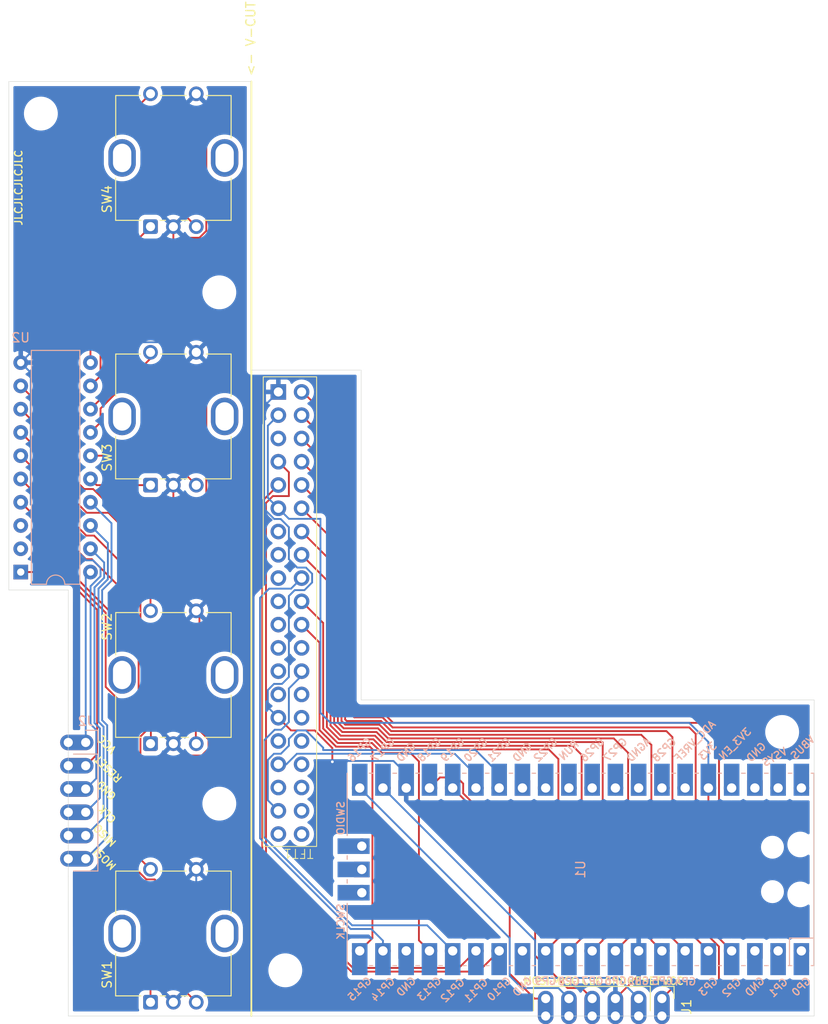
<source format=kicad_pcb>
(kicad_pcb (version 20240108) (generator "pcbnew") (generator_version "8.0")
  (title_block (title "FakeDeck - StreamDeck+") (company "syuchan1005"))
  (layers (0 "F.Cu" signal) (31 "B.Cu" signal) (34 "B.Paste" user) (35 "F.Paste" user) (36 "B.SilkS" user "B.Silkscreen") (37 "F.SilkS" user "F.Silkscreen") (38 "B.Mask" user) (39 "F.Mask" user) (44 "Edge.Cuts" user))
  (net 0 "")
  (net 1 "/AT_RESET")
  (net 2 "/AT_MISO")
  (net 3 "/AT_CLK")
  (net 4 "/AT_MOSI")
  (net 5 "/RE1_A")
  (net 6 "/RE1_B")
  (net 7 "/RE1_S")
  (net 8 "/RE2_A")
  (net 9 "/RE2_S")
  (net 10 "/RE2_B")
  (net 11 "/RE3_A")
  (net 12 "/RE3_S")
  (net 14 "/RE3_B")
  (net 16 "/RE4_S")
  (net 17 "/RE4_B")
  (net 23 "/RE4_A")
  (net 24 "TFT_DB1")
  (net 28 "TFT_DB7")
  (net 32 "TFT_DB6")
  (net 33 "TFT_T_CS")
  (net 35 "TFT_CS")
  (net 36 "TFT_DB5")
  (net 38 "TFT_DB3")
  (net 41 "TFT_DB0")
  (net 42 "TFT_WR")
  (net 43 "TFT_DB2")
  (net 45 "TFT_T_CLK")
  (net 46 "TFT_RD")
  (net 49 "TFT_LED")
  (net 50 "TFT_DB4")
  (net 55 "TFT_RESET")
  (net 57 "TFT_T_MOSI")
  (net 87 "TFT_DC")
  (net 88 "TFT_T_MISO")
  (footprint "Rotary_Encoder_C:3D_RotaryEncoder_Bourns_Vertical_PEC12R-3x17F-Sxxxx" (layer "F.Cu") (at 133.445 143.685 90)
    (property "Reference" "SW1")
    (property "Value" "RotaryEncoder_Switch" (hide yes))
  )
  (footprint "Rotary_Encoder_C:3D_RotaryEncoder_Bourns_Vertical_PEC12R-3x17F-Sxxxx" (layer "F.Cu") (at 133.445 59.035 90)
    (property "Reference" "SW4")
    (property "Value" "RotaryEncoder_Switch" (hide yes))
  )
  (footprint "MountingHole:MountingHole_3.2mm_M3" (layer "F.Cu") (at 202.465 114.195)
    (property "Reference" "REF**" (hide yes))
    (property "Value" "MountingHole_3.2mm_M3" (hide yes))
  )
  (footprint "MountingHole:MountingHole_3.2mm_M3" (layer "F.Cu") (at 148.175 140.205)
    (property "Reference" "REF**" (hide yes))
    (property "Value" "MountingHole_3.2mm_M3" (hide yes))
  )
  (footprint "MountingHole:MountingHole_3.2mm_M3" (layer "F.Cu") (at 121.465 46.695 90)
    (property "Reference" "REF**" (hide yes))
    (property "Value" "MountingHole_3.2mm_M3" (hide yes))
  )
  (footprint "Connector_Pin_2.54mm_Castellated:PinHeader_Castellated_1x06_P2.54mm_Vertical" (layer "F.Cu") (at 189.325 143.29 -90)
    (property "Reference" "J1")
    (property "Value" "Conn_01x06_Pin" (hide yes))
    (fp_line (start 1.905 0) (end 1.905 14.605) (stroke (width 0.05)) (layer "Edge.Cuts"))
    (fp_line (start 1.905 0) (end 1.905 -1.905) (stroke (width 0.05)) (layer "Edge.Cuts"))
  )
  (footprint "Rotary_Encoder_C:3D_RotaryEncoder_Bourns_Vertical_PEC12R-3x17F-Sxxxx" (layer "F.Cu") (at 133.445 87.251668 90)
    (property "Reference" "SW3")
    (property "Value" "RotaryEncoder_Switch" (hide yes))
  )
  (footprint "MountingHole:MountingHole_3.2mm_M3" (layer "F.Cu") (at 140.965 66.205002)
    (property "Reference" "REF**" (hide yes))
    (property "Value" "MountingHole_3.2mm_M3" (hide yes))
  )
  (footprint "MountingHole:MountingHole_3.2mm_M3" (layer "F.Cu") (at 140.965 122.015 90)
    (property "Reference" "REF**" (hide yes))
    (property "Value" "MountingHole_3.2mm_M3" (hide yes))
  )
  (footprint "Rotary_Encoder_C:3D_RotaryEncoder_Bourns_Vertical_PEC12R-3x17F-Sxxxx" (layer "F.Cu") (at 133.445 115.468334 90)
    (property "Reference" "SW2")
    (property "Value" "RotaryEncoder_Switch" (hide yes))
  )
  (footprint "TFT:JC8048M050R_PinHeader" (layer "F.Cu") (at 147.415 77.075 180)
    (property "Reference" "TFT1")
    (property "Value" "JC8048M050R" (hide yes))
  )
  (footprint "Connector_Pin_2.54mm_Castellated:PinHeader_Castellated_1x06_P2.54mm_Vertical" (layer "B.Cu") (at 126.365 115.335 180)
    (property "Reference" "J2")
    (property "Value" "Conn_01x06_Pin")
    (fp_line (start 1.905 1.905) (end 1.905 0) (stroke (width 0.05)) (layer "Edge.Cuts"))
    (fp_line (start 1.905 -14.605) (end 1.905 0) (stroke (width 0.05)) (layer "Edge.Cuts"))
  )
  (footprint "Package_DIP:DIP-20_W7.62mm" (layer "B.Cu") (at 119.265 96.735)
    (property "Reference" "U2")
    (property "Value" "ATtiny2313-20P" (hide yes))
  )
  (footprint "MCU_RaspberryPi_and_Boards:RPi_Pico_SMD_TH" (layer "B.Cu") (at 180.435 129.195 90)
    (property "Reference" "U1")
    (property "Value" "Pico")
  )
  (gr_line (start 144.465 43.195) (end 144.465 145.195) (stroke (width 0.2)) (layer "F.SilkS"))
  (gr_line (start 144.465 145.195) (end 174.72 145.195) (stroke (width 0.05)) (layer "Edge.Cuts"))
  (gr_line (start 117.965 98.695) (end 117.965 43.195) (stroke (width 0.05)) (layer "Edge.Cuts"))
  (gr_line (start 124.46 129.94) (end 124.465 145.195) (stroke (width 0.05)) (layer "Edge.Cuts"))
  (gr_line (start 124.46 113.43) (end 124.465 98.695) (stroke (width 0.05)) (layer "Edge.Cuts"))
  (gr_line (start 144.465 74.695) (end 144.465 43.195) (stroke (width 0.05)) (layer "Edge.Cuts"))
  (gr_line (start 144.465 145.195) (end 124.465 145.195) (stroke (width 0.05)) (layer "Edge.Cuts"))
  (gr_line (start 205.965 110.695) (end 156.465 110.695) (stroke (width 0.05)) (layer "Edge.Cuts"))
  (gr_line (start 156.465 110.695) (end 156.465 74.695) (stroke (width 0.05)) (layer "Edge.Cuts"))
  (gr_line (start 144.465 43.195) (end 117.965 43.195) (stroke (width 0.05)) (layer "Edge.Cuts"))
  (gr_line (start 124.465 98.695) (end 123.965 98.695) (stroke (width 0.05)) (layer "Edge.Cuts"))
  (gr_line (start 156.465 74.695) (end 144.465 74.695) (stroke (width 0.05)) (layer "Edge.Cuts"))
  (gr_line (start 117.965 98.695) (end 123.965 98.695) (stroke (width 0.05)) (layer "Edge.Cuts"))
  (gr_line (start 191.23 145.195) (end 205.965 145.195) (stroke (width 0.05)) (layer "Edge.Cuts"))
  (gr_line (start 205.965 145.195) (end 205.965 110.695) (stroke (width 0.05)) (layer "Edge.Cuts"))
  (gr_text "MISO" (at 177.26 141.845 0) (layer "F.SilkS") (effects (font (size 0.8 0.8) (thickness 0.15) (bold yes)) (justify left bottom)))
  (gr_text "JLCJLCJLCJLC" (at 119.5 59 90) (layer "F.SilkS") (effects (font (size 0.8 0.8) (thickness 0.15) (bold yes)) (justify left bottom)))
  (gr_text "MOSI" (at 174.085 141.845 0) (layer "F.SilkS") (effects (font (size 0.8 0.8) (thickness 0.15) (bold yes)) (justify left bottom)))
  (gr_text "VCC" (at 189.325 141.845 0) (layer "F.SilkS") (effects (font (size 0.8 0.8) (thickness 0.15) (bold yes)) (justify left bottom)))
  (gr_text "CLK" (at 180.435 141.845 0) (layer "F.SilkS") (effects (font (size 0.8 0.8) (thickness 0.15) (bold yes)) (justify left bottom)))
  (gr_text "RESET" (at 185.515 141.845 0) (layer "F.SilkS") (effects (font (size 0.8 0.8) (thickness 0.15) (bold yes)) (justify left bottom)))
  (gr_text "RESET" (at 130.53 119.235 135) (layer "F.SilkS") (effects (font (size 0.8 0.8) (thickness 0.15) (bold yes)) (justify left bottom)))
  (gr_text "MISO" (at 129.895 126.22 135) (layer "F.SilkS") (effects (font (size 0.8 0.8) (thickness 0.15) (bold yes)) (justify left bottom)))
  (gr_text "GND" (at 182.975 141.845 0) (layer "F.SilkS") (effects (font (size 0.8 0.8) (thickness 0.15) (bold yes)) (justify left bottom)))
  (gr_text "GND" (at 129.895 121.14 135) (layer "F.SilkS") (effects (font (size 0.8 0.8) (thickness 0.15) (bold yes)) (justify left bottom)))
  (gr_text "VCC" (at 129.895 116.06 135) (layer "F.SilkS") (effects (font (size 0.8 0.8) (thickness 0.15) (bold yes)) (justify left bottom)))
  (gr_text "<- V-CUT" (at 144.98 42.69 90) (layer "F.SilkS") (effects (font (size 1 1)) (justify left bottom)))
  (gr_text "MOSI" (at 129.895 128.76 135) (layer "F.SilkS") (effects (font (size 0.8 0.8) (thickness 0.15) (bold yes)) (justify left bottom)))
  (gr_text "CLK" (at 129.895 123.68 135) (layer "F.SilkS") (effects (font (size 0.8 0.8) (thickness 0.15) (bold yes)) (justify left bottom)))
  (segment (start 119.265 96.735) (end 123.505 96.735) (width 0.2) (layer "F.Cu") (net 1))
  (segment (start 123.505 96.735) (end 127.615 100.845) (width 0.2) (layer "F.Cu") (net 1))
  (segment (start 127.615 100.845) (end 127.615 116.625) (width 0.2) (layer "F.Cu") (net 1))
  (segment (start 127.615 116.625) (end 126.365 117.875) (width 0.2) (layer "F.Cu") (net 1))
  (segment (start 175.475 136.935) (end 175.475 141.035) (width 0.2) (layer "B.Cu") (net 1))
  (segment (start 158.845 120.305) (end 175.475 136.935) (width 0.2) (layer "B.Cu") (net 1))
  (segment (start 175.475 141.035) (end 184.53 141.035) (width 0.2) (layer "B.Cu") (net 1))
  (segment (start 184.53 141.035) (end 186.785 143.29) (width 0.2) (layer "B.Cu") (net 1))
  (segment (start 128.785 97.522007) (end 128.785 93.555) (width 0.2) (layer "B.Cu") (net 2))
  (segment (start 128.315 123.545) (end 128.315 113.627282) (width 0.2) (layer "B.Cu") (net 2))
  (segment (start 127.765 98.542007) (end 128.785 97.522007) (width 0.2) (layer "B.Cu") (net 2))
  (segment (start 174.01 142.14) (end 178.015 142.14) (width 0.2) (layer "B.Cu") (net 2))
  (segment (start 127.765 113.077282) (end 127.765 98.542007) (width 0.2) (layer "B.Cu") (net 2))
  (segment (start 172.695 140.825) (end 174.01 142.14) (width 0.2) (layer "B.Cu") (net 2))
  (segment (start 128.315 113.627282) (end 127.765 113.077282) (width 0.2) (layer "B.Cu") (net 2))
  (segment (start 126.365 125.495) (end 128.315 123.545) (width 0.2) (layer "B.Cu") (net 2))
  (segment (start 178.015 142.14) (end 179.165 143.29) (width 0.2) (layer "B.Cu") (net 2))
  (segment (start 156.305 120.305) (end 172.695 136.695) (width 0.2) (layer "B.Cu") (net 2))
  (segment (start 128.785 93.555) (end 126.885 91.655) (width 0.2) (layer "B.Cu") (net 2))
  (segment (start 172.695 136.695) (end 172.695 140.825) (width 0.2) (layer "B.Cu") (net 2))
  (segment (start 166.941346 119.155) (end 167.615 119.828654) (width 0.2) (layer "F.Cu") (net 3))
  (segment (start 165.075 119.155) (end 166.941346 119.155) (width 0.2) (layer "F.Cu") (net 3))
  (segment (start 167.615 120.889314) (end 175.475 128.749314) (width 0.2) (layer "F.Cu") (net 3))
  (segment (start 163.925 120.305) (end 165.075 119.155) (width 0.2) (layer "F.Cu") (net 3))
  (segment (start 179.01 142.14) (end 180.555 142.14) (width 0.2) (layer "F.Cu") (net 3))
  (segment (start 175.475 128.749314) (end 175.475 138.605) (width 0.2) (layer "F.Cu") (net 3))
  (segment (start 180.555 142.14) (end 181.705 143.29) (width 0.2) (layer "F.Cu") (net 3))
  (segment (start 175.475 138.605) (end 179.01 142.14) (width 0.2) (layer "F.Cu") (net 3))
  (segment (start 167.615 119.828654) (end 167.615 120.889314) (width 0.2) (layer "F.Cu") (net 3))
  (segment (start 128.385 95.695) (end 126.885 94.195) (width 0.2) (layer "B.Cu") (net 3))
  (segment (start 128.385 97.356321) (end 128.385 95.695) (width 0.2) (layer "B.Cu") (net 3))
  (segment (start 127.915 113.792968) (end 127.325 113.202968) (width 0.2) (layer "B.Cu") (net 3))
  (segment (start 127.325 113.202968) (end 127.325 98.416321) (width 0.2) (layer "B.Cu") (net 3))
  (segment (start 127.915 121.405) (end 127.915 113.792968) (width 0.2) (layer "B.Cu") (net 3))
  (segment (start 127.325 98.416321) (end 128.385 97.356321) (width 0.2) (layer "B.Cu") (net 3))
  (segment (start 126.365 122.955) (end 127.915 121.405) (width 0.2) (layer "B.Cu") (net 3))
  (segment (start 172.695 126.535) (end 172.695 140.575) (width 0.2) (layer "F.Cu") (net 4))
  (segment (start 166.465 120.305) (end 172.695 126.535) (width 0.2) (layer "F.Cu") (net 4))
  (segment (start 172.695 140.575) (end 175.41 143.29) (width 0.2) (layer "F.Cu") (net 4))
  (segment (start 175.41 143.29) (end 176.625 143.29) (width 0.2) (layer "F.Cu") (net 4))
  (segment (start 128.715 125.685) (end 128.715 113.461596) (width 0.2) (layer "B.Cu") (net 4))
  (segment (start 128.715 113.461596) (end 128.165 112.911596) (width 0.2) (layer "B.Cu") (net 4))
  (segment (start 128.165 98.707693) (end 129.185 97.687693) (width 0.2) (layer "B.Cu") (net 4))
  (segment (start 126.365 128.035) (end 128.715 125.685) (width 0.2) (layer "B.Cu") (net 4))
  (segment (start 129.185 91.415) (end 126.885 89.115) (width 0.2) (layer "B.Cu") (net 4))
  (segment (start 128.165 112.911596) (end 128.165 98.707693) (width 0.2) (layer "B.Cu") (net 4))
  (segment (start 129.185 97.687693) (end 129.185 91.415) (width 0.2) (layer "B.Cu") (net 4))
  (segment (start 133.445 143.685) (end 133.445 131.306321) (width 0.2) (layer "F.Cu") (net 5))
  (segment (start 133.445 131.306321) (end 131.415 129.276321) (width 0.2) (layer "F.Cu") (net 5))
  (segment (start 122.595 95.225) (end 122.595 92.445) (width 0.2) (layer "F.Cu") (net 5))
  (segment (start 131.415 112.133918) (end 128.545 109.263918) (width 0.2) (layer "F.Cu") (net 5))
  (segment (start 128.545 101.175) (end 122.595 95.225) (width 0.2) (layer "F.Cu") (net 5))
  (segment (start 122.595 92.445) (end 119.265 89.115) (width 0.2) (layer "F.Cu") (net 5))
  (segment (start 128.545 109.263918) (end 128.545 101.175) (width 0.2) (layer "F.Cu") (net 5))
  (segment (start 131.415 129.276321) (end 131.415 112.133918) (width 0.2) (layer "F.Cu") (net 5))
  (segment (start 133.900635 130.285) (end 134.225 130.609365) (width 0.2) (layer "F.Cu") (net 6))
  (segment (start 131.945 129.240635) (end 132.989365 130.285) (width 0.2) (layer "F.Cu") (net 6))
  (segment (start 131.945 111.703918) (end 131.945 129.240635) (width 0.2) (layer "F.Cu") (net 6))
  (segment (start 123.165 95.195) (end 131.075 103.105) (width 0.2) (layer "F.Cu") (net 6))
  (segment (start 119.265 86.575) (end 123.165 90.475) (width 0.2) (layer "F.Cu") (net 6))
  (segment (start 131.075 103.105) (end 131.075 103.162058) (width 0.2) (layer "F.Cu") (net 6))
  (segment (start 134.225 130.609365) (end 134.225 139.465) (width 0.2) (layer "F.Cu") (net 6))
  (segment (start 123.165 90.475) (end 123.165 95.195) (width 0.2) (layer "F.Cu") (net 6))
  (segment (start 132.145 104.232058) (end 132.145 111.503918) (width 0.2) (layer "F.Cu") (net 6))
  (segment (start 134.225 139.465) (end 138.445 143.685) (width 0.2) (layer "F.Cu") (net 6))
  (segment (start 132.989365 130.285) (end 133.900635 130.285) (width 0.2) (layer "F.Cu") (net 6))
  (segment (start 131.075 103.162058) (end 132.145 104.232058) (width 0.2) (layer "F.Cu") (net 6))
  (segment (start 132.145 111.503918) (end 131.945 111.703918) (width 0.2) (layer "F.Cu") (net 6))
  (segment (start 123.565 92.505) (end 123.565 88.335) (width 0.2) (layer "F.Cu") (net 7))
  (segment (start 127.040635 95.335) (end 126.395 95.335) (width 0.2) (layer "F.Cu") (net 7))
  (segment (start 126.395 95.335) (end 123.565 92.505) (width 0.2) (layer "F.Cu") (net 7))
  (segment (start 131.475 99.769365) (end 127.040635 95.335) (width 0.2) (layer "F.Cu") (net 7))
  (segment (start 123.565 88.335) (end 119.265 84.035) (width 0.2) (layer "F.Cu") (net 7))
  (segment (start 132.925 104.446372) (end 131.475 102.996372) (width 0.2) (layer "F.Cu") (net 7))
  (segment (start 132.925 114.10359) (end 132.925 104.446372) (width 0.2) (layer "F.Cu") (net 7))
  (segment (start 133.445 129.185) (end 132.345 128.085) (width 0.2) (layer "F.Cu") (net 7))
  (segment (start 132.345 128.085) (end 132.345 114.68359) (width 0.2) (layer "F.Cu") (net 7))
  (segment (start 132.345 114.68359) (end 132.925 114.10359) (width 0.2) (layer "F.Cu") (net 7))
  (segment (start 131.475 102.996372) (end 131.475 99.769365) (width 0.2) (layer "F.Cu") (net 7))
  (segment (start 126.429365 92.755) (end 124.075 90.400635) (width 0.2) (layer "F.Cu") (net 8))
  (segment (start 133.485 104.440686) (end 131.875 102.830686) (width 0.2) (layer "F.Cu") (net 8))
  (segment (start 133.445 115.468334) (end 133.485 115.428334) (width 0.2) (layer "F.Cu") (net 8))
  (segment (start 124.075 90.400635) (end 124.075 86.305) (width 0.2) (layer "F.Cu") (net 8))
  (segment (start 133.485 115.428334) (end 133.485 104.440686) (width 0.2) (layer "F.Cu") (net 8))
  (segment (start 131.875 102.830686) (end 131.875 97.355) (width 0.2) (layer "F.Cu") (net 8))
  (segment (start 124.075 86.305) (end 119.265 81.495) (width 0.2) (layer "F.Cu") (net 8))
  (segment (start 131.875 97.355) (end 127.275 92.755) (width 0.2) (layer "F.Cu") (net 8))
  (segment (start 127.275 92.755) (end 126.429365 92.755) (width 0.2) (layer "F.Cu") (net 8))
  (segment (start 126.195 87.675) (end 125.255 86.735) (width 0.2) (layer "F.Cu") (net 9))
  (segment (start 133.445 100.968334) (end 133.445 93.945) (width 0.2) (layer "F.Cu") (net 9))
  (segment (start 125.255 82.405) (end 119.265 76.415) (width 0.2) (layer "F.Cu") (net 9))
  (segment (start 125.255 86.735) (end 125.255 82.405) (width 0.2) (layer "F.Cu") (net 9))
  (segment (start 127.175 87.675) (end 126.195 87.675) (width 0.2) (layer "F.Cu") (net 9))
  (segment (start 133.445 93.945) (end 127.175 87.675) (width 0.2) (layer "F.Cu") (net 9))
  (segment (start 128.855 90.265) (end 132.345 93.755) (width 0.2) (layer "F.Cu") (net 10))
  (segment (start 138.395 108.785) (end 138.395 115.418334) (width 0.2) (layer "F.Cu") (net 10))
  (segment (start 119.265 78.955) (end 124.615 84.305) (width 0.2) (layer "F.Cu") (net 10))
  (segment (start 138.395 115.418334) (end 138.445 115.468334) (width 0.2) (layer "F.Cu") (net 10))
  (segment (start 132.345 93.755) (end 132.345 102.735) (width 0.2) (layer "F.Cu") (net 10))
  (segment (start 126.479365 90.265) (end 128.855 90.265) (width 0.2) (layer "F.Cu") (net 10))
  (segment (start 124.615 84.305) (end 124.615 88.400635) (width 0.2) (layer "F.Cu") (net 10))
  (segment (start 124.615 88.400635) (end 126.479365 90.265) (width 0.2) (layer "F.Cu") (net 10))
  (segment (start 132.345 102.735) (end 138.395 108.785) (width 0.2) (layer "F.Cu") (net 10))
  (segment (start 127.561668 87.251668) (end 126.885 86.575) (width 0.2) (layer "F.Cu") (net 11))
  (segment (start 133.445 87.251668) (end 127.561668 87.251668) (width 0.2) (layer "F.Cu") (net 11))
  (segment (start 127.985 80.395) (end 126.885 81.495) (width 0.2) (layer "F.Cu") (net 12))
  (segment (start 133.445 72.751668) (end 133.445 73.425) (width 0.2) (layer "F.Cu") (net 12))
  (segment (start 127.985 78.885) (end 127.985 80.395) (width 0.2) (layer "F.Cu") (net 12))
  (segment (start 133.445 73.425) (end 127.985 78.885) (width 0.2) (layer "F.Cu") (net 12))
  (segment (start 135.228332 84.035) (end 126.885 84.035) (width 0.2) (layer "F.Cu") (net 14))
  (segment (start 138.445 87.251668) (end 135.228332 84.035) (width 0.2) (layer "F.Cu") (net 14))
  (segment (start 133.445 44.535) (end 126.885 51.095) (width 0.2) (layer "F.Cu") (net 16))
  (segment (start 126.885 51.095) (end 126.885 73.875) (width 0.2) (layer "F.Cu") (net 16))
  (segment (start 136.755 57.345) (end 132.335 57.345) (width 0.2) (layer "F.Cu") (net 17))
  (segment (start 132.335 57.345) (end 127.985 61.695) (width 0.2) (layer "F.Cu") (net 17))
  (segment (start 127.985 75.315) (end 126.885 76.415) (width 0.2) (layer "F.Cu") (net 17))
  (segment (start 127.985 61.695) (end 127.985 75.315) (width 0.2) (layer "F.Cu") (net 17))
  (segment (start 138.445 59.035) (end 136.755 57.345) (width 0.2) (layer "F.Cu") (net 17))
  (segment (start 128.725 77.115) (end 126.885 78.955) (width 0.2) (layer "F.Cu") (net 23))
  (segment (start 128.725 63.755) (end 128.725 77.115) (width 0.2) (layer "F.Cu") (net 23))
  (segment (start 133.445 59.035) (end 128.725 63.755) (width 0.2) (layer "F.Cu") (net 23))
  (segment (start 193.015 136.695) (end 194.405 138.085) (width 0.2) (layer "F.Cu") (net 24))
  (segment (start 158.800786 112.595) (end 159.0351 112.829315) (width 0.2) (layer "F.Cu") (net 24))
  (segment (start 193.015 114.395) (end 193.015 136.695) (width 0.2) (layer "F.Cu") (net 24))
  (segment (start 155.115 111.995) (end 155.715 112.595) (width 0.2) (layer "F.Cu") (net 24))
  (segment (start 192.315 113.695) (end 193.015 114.395) (width 0.2) (layer "F.Cu") (net 24))
  (segment (start 149.955 79.615) (end 155.115 84.775) (width 0.2) (layer "F.Cu") (net 24))
  (segment (start 155.115 84.775) (end 155.115 111.995) (width 0.2) (layer "F.Cu") (net 24))
  (segment (start 155.715 112.595) (end 158.800786 112.595) (width 0.2) (layer "F.Cu") (net 24))
  (segment (start 159.900786 113.695) (end 192.315 113.695) (width 0.2) (layer "F.Cu") (net 24))
  (segment (start 159.0351 112.829315) (end 159.900786 113.695) (width 0.2) (layer "F.Cu") (net 24))
  (segment (start 149.955 94.855) (end 152.715 97.615) (width 0.2) (layer "F.Cu") (net 28))
  (segment (start 152.715 113.647942) (end 154.062058 114.995) (width 0.2) (layer "F.Cu") (net 28))
  (segment (start 176.965 116.095) (end 178.015 117.145) (width 0.2) (layer "F.Cu") (net 28))
  (segment (start 178.015 117.145) (end 178.015 136.695) (width 0.2) (layer "F.Cu") (net 28))
  (segment (start 176.625 137.505) (end 176.625 138.085) (width 0.2) (layer "F.Cu") (net 28))
  (segment (start 158.90667 116.095) (end 176.965 116.095) (width 0.2) (layer "F.Cu") (net 28))
  (segment (start 178.015 136.695) (end 176.625 138.085) (width 0.2) (layer "F.Cu") (net 28))
  (segment (start 154.062058 114.995) (end 157.80667 114.995) (width 0.2) (layer "F.Cu") (net 28))
  (segment (start 157.80667 114.995) (end 158.040984 115.229315) (width 0.2) (layer "F.Cu") (net 28))
  (segment (start 152.715 97.615) (end 152.715 113.647942) (width 0.2) (layer "F.Cu") (net 28))
  (segment (start 158.040984 115.229315) (end 158.90667 116.095) (width 0.2) (layer "F.Cu") (net 28))
  (segment (start 180.555 116.685) (end 180.555 136.695) (width 0.2) (layer "F.Cu") (net 32))
  (segment (start 179.565 115.695) (end 180.555 116.685) (width 0.2) (layer "F.Cu") (net 32))
  (segment (start 153.115 95.475) (end 153.115 113.482256) (width 0.2) (layer "F.Cu") (net 32))
  (segment (start 159.072356 115.695) (end 179.565 115.695) (width 0.2) (layer "F.Cu") (net 32))
  (segment (start 149.955 92.315) (end 153.115 95.475) (width 0.2) (layer "F.Cu") (net 32))
  (segment (start 153.115 113.482256) (end 154.227744 114.595) (width 0.2) (layer "F.Cu") (net 32))
  (segment (start 154.227744 114.595) (end 157.972356 114.595) (width 0.2) (layer "F.Cu") (net 32))
  (segment (start 157.972356 114.595) (end 159.072356 115.695) (width 0.2) (layer "F.Cu") (net 32))
  (segment (start 180.555 136.695) (end 179.165 138.085) (width 0.2) (layer "F.Cu") (net 32))
  (segment (start 158.740984 116.495) (end 161.865 116.495) (width 0.2) (layer "F.Cu") (net 33))
  (segment (start 157.640984 115.395) (end 158.740984 116.495) (width 0.2) (layer "F.Cu") (net 33))
  (segment (start 162.775 136.935) (end 163.925 138.085) (width 0.2) (layer "F.Cu") (net 33))
  (segment (start 152.315 102.295) (end 152.315 113.813628) (width 0.2) (layer "F.Cu") (net 33))
  (segment (start 153.896372 115.395) (end 157.640984 115.395) (width 0.2) (layer "F.Cu") (net 33))
  (segment (start 152.315 113.813628) (end 153.896372 115.395) (width 0.2) (layer "F.Cu") (net 33))
  (segment (start 162.775 117.405) (end 162.775 136.935) (width 0.2) (layer "F.Cu") (net 33))
  (segment (start 149.955 99.935) (end 152.315 102.295) (width 0.2) (layer "F.Cu") (net 33))
  (segment (start 161.865 116.495) (end 162.775 117.405) (width 0.2) (layer "F.Cu") (net 33))
  (segment (start 138.785635 60.25) (end 137.16 60.25) (width 0.2) (layer "F.Cu") (net 35))
  (segment (start 139.545 99.868334) (end 139.545 73.851668) (width 0.2) (layer "F.Cu") (net 35))
  (segment (start 153.315 115.945) (end 153.315 117.445) (width 0.2) (layer "F.Cu") (net 35))
  (segment (start 138.445 100.968334) (end 138.795 101.318334) (width 0.2) (layer "F.Cu") (net 35))
  (segment (start 139.785 116.015) (end 139.035 116.765) (width 0.2) (layer "F.Cu") (net 35))
  (segment (start 138.445 44.535) (end 139.545 45.635) (width 0.2) (layer "F.Cu") (net 35))
  (segment (start 135.945 70.251668) (end 138.445 72.751668) (width 0.2) (layer "F.Cu") (net 35))
  (segment (start 135.945 87.251668) (end 135.945 98.468334) (width 0.2) (layer "F.Cu") (net 35))
  (segment (start 147.415 112.635) (end 148.805 114.025) (width 0.2) (layer "F.Cu") (net 35))
  (segment (start 138.795 114.025) (end 139.785 115.015) (width 0.2) (layer "F.Cu") (net 35))
  (segment (start 139.545 73.851668) (end 138.445 72.751668) (width 0.2) (layer "F.Cu") (net 35))
  (segment (start 139.545 45.635) (end 139.545 59.490635) (width 0.2) (layer "F.Cu") (net 35))
  (segment (start 135.945 59.035) (end 135.945 70.251668) (width 0.2) (layer "F.Cu") (net 35))
  (segment (start 138.795 101.318334) (end 138.795 114.025) (width 0.2) (layer "F.Cu") (net 35))
  (segment (start 139.785 115.015) (end 139.785 116.015) (width 0.2) (layer "F.Cu") (net 35))
  (segment (start 186.785 138.085) (end 186.785 140.75) (width 0.2) (layer "F.Cu") (net 35))
  (segment (start 139.035 116.765) (end 137.241666 116.765) (width 0.2) (layer "F.Cu") (net 35))
  (segment (start 138.445 100.968334) (end 139.545 99.868334) (width 0.2) (layer "F.Cu") (net 35))
  (segment (start 135.945 115.468334) (end 134.535 116.878334) (width 0.2) (layer "F.Cu") (net 35))
  (segment (start 148.805 114.025) (end 151.395 114.025) (width 0.2) (layer "F.Cu") (net 35))
  (segment (start 151.395 114.025) (end 153.315 115.945) (width 0.2) (layer "F.Cu") (net 35))
  (segment (start 135.945 98.468334) (end 138.445 100.968334) (width 0.2) (layer "F.Cu") (net 35))
  (segment (start 137.16 60.25) (end 135.945 59.035) (width 0.2) (layer "F.Cu") (net 35))
  (segment (start 134.535 125.275) (end 138.445 129.185) (width 0.2) (layer "F.Cu") (net 35))
  (segment (start 186.785 140.75) (end 184.245 143.29) (width 0.2) (layer "F.Cu") (net 35))
  (segment (start 134.535 116.878334) (end 134.535 125.275) (width 0.2) (layer "F.Cu") (net 35))
  (segment (start 137.241666 116.765) (end 135.945 115.468334) (width 0.2) (layer "F.Cu") (net 35))
  (segment (start 139.545 59.490635) (end 138.785635 60.25) (width 0.2) (layer "F.Cu") (net 35))
  (via (at 153.315 117.445) (size 0.6) (drill 0.3) (layers "F.Cu" "B.Cu") (net 35))
  (segment (start 127.160635 95.455) (end 126.455 95.455) (width 0.2) (layer "B.Cu") (net 35))
  (segment (start 148.565 95.331346) (end 149.478654 96.245) (width 0.2) (layer "B.Cu") (net 35))
  (segment (start 127.515 119.265) (end 127.515 113.958654) (width 0.2) (layer "B.Cu") (net 35))
  (segment (start 121.488332 71.651668) (end 119.265 73.875) (width 0.2) (layer "B.Cu") (net 35))
  (segment (start 127.985 97.190635) (end 127.985 96.279365) (width 0.2) (layer "B.Cu") (net 35))
  (segment (start 126.895 98.280635) (end 127.985 97.190635) (width 0.2) (layer "B.Cu") (net 35))
  (segment (start 126.895 113.338654) (end 126.895 98.280635) (width 0.2) (layer "B.Cu") (net 35))
  (segment (start 150.431346 96.245) (end 151.105 96.918654) (width 0.2) (layer "B.Cu") (net 35))
  (segment (start 137.345 71.651668) (end 121.488332 71.651668) (width 0.2) (layer "B.Cu") (net 35))
  (segment (start 148.565 99.350685) (end 148.565 108.195) (width 0.2) (layer "B.Cu") (net 35))
  (segment (start 146.958654 90.945) (end 147.671346 90.945) (width 0.2) (layer "B.Cu") (net 35))
  (segment (start 150.265661 98.710685) (end 149.205 98.710685) (width 0.2) (layer "B.Cu") (net 35))
  (segment (start 138.445 129.185) (end 138.445 141.185) (width 0.2) (layer "B.Cu") (net 35))
  (segment (start 138.445 141.185) (end 135.945 143.685) (width 0.2) (layer "B.Cu") (net 35))
  (segment (start 149.478654 96.245) (end 150.431346 96.245) (width 0.2) (layer "B.Cu") (net 35))
  (segment (start 151.105 96.918654) (end 151.105 97.871346) (width 0.2) (layer "B.Cu") (net 35))
  (segment (start 146.265 109.618654) (end 146.265 111.485) (width 0.2) (layer "B.Cu") (net 35))
  (segment (start 120.365 89.365) (end 120.365 74.975) (width 0.2) (layer "B.Cu") (net 35))
  (segment (start 148.565 91.838654) (end 148.565 95.331346) (width 0.2) (layer "B.Cu") (net 35))
  (segment (start 127.515 113.958654) (end 126.895 113.338654) (width 0.2) (layer "B.Cu") (net 35))
  (segment (start 147.415 77.075) (end 145.865 78.625) (width 0.2) (layer "B.Cu") (net 35))
  (segment (start 147.815 108.945) (end 146.938654 108.945) (width 0.2) (layer "B.Cu") (net 35))
  (segment (start 138.445 72.751668) (end 137.345 71.651668) (width 0.2) (layer "B.Cu") (net 35))
  (segment (start 126.365 120.415) (end 127.515 119.265) (width 0.2) (layer "B.Cu") (net 35))
  (segment (start 127.985 96.279365) (end 127.160635 95.455) (width 0.2) (layer "B.Cu") (net 35))
  (segment (start 145.865 78.625) (end 145.865 89.851346) (width 0.2) (layer "B.Cu") (net 35))
  (segment (start 149.205 98.710685) (end 148.565 99.350685) (width 0.2) (layer "B.Cu") (net 35))
  (segment (start 153.405 117.355) (end 159.995 117.355) (width 0.2) (layer "B.Cu") (net 35))
  (segment (start 161.385 118.745) (end 161.385 120.305) (width 0.2) (layer "B.Cu") (net 35))
  (segment (start 120.365 74.975) (end 119.265 73.875) (width 0.2) (layer "B.Cu") (net 35))
  (segment (start 147.671346 90.945) (end 148.565 91.838654) (width 0.2) (layer "B.Cu") (net 35))
  (segment (start 148.565 108.195) (end 147.815 108.945) (width 0.2) (layer "B.Cu") (net 35))
  (segment (start 146.938654 108.945) (end 146.265 109.618654) (width 0.2) (layer "B.Cu") (net 35))
  (segment (start 126.455 95.455) (end 120.365 89.365) (width 0.2) (layer "B.Cu") (net 35))
  (segment (start 159.995 117.355) (end 161.385 118.745) (width 0.2) (layer "B.Cu") (net 35))
  (segment (start 146.265 111.485) (end 147.415 112.635) (width 0.2) (layer "B.Cu") (net 35))
  (segment (start 151.105 97.871346) (end 150.265661 98.710685) (width 0.2) (layer "B.Cu") (net 35))
  (segment (start 153.315 117.445) (end 153.405 117.355) (width 0.2) (layer "B.Cu") (net 35))
  (segment (start 145.865 89.851346) (end 146.958654 90.945) (width 0.2) (layer "B.Cu") (net 35))
  (segment (start 182.855 136.935) (end 181.705 138.085) (width 0.2) (layer "F.Cu") (net 36))
  (segment (start 153.515 93.335) (end 153.515 113.31657) (width 0.2) (layer "F.Cu") (net 36))
  (segment (start 182.855 115.335) (end 182.855 136.935) (width 0.2) (layer "F.Cu") (net 36))
  (segment (start 149.955 89.775) (end 153.515 93.335) (width 0.2) (layer "F.Cu") (net 36))
  (segment (start 158.372356 114.429315) (end 159.238042 115.295) (width 0.2) (layer "F.Cu") (net 36))
  (segment (start 158.138042 114.195) (end 158.372356 114.429315) (width 0.2) (layer "F.Cu") (net 36))
  (segment (start 159.238042 115.295) (end 182.815 115.295) (width 0.2) (layer "F.Cu") (net 36))
  (segment (start 154.39343 114.195) (end 158.138042 114.195) (width 0.2) (layer "F.Cu") (net 36))
  (segment (start 153.515 113.31657) (end 154.39343 114.195) (width 0.2) (layer "F.Cu") (net 36))
  (segment (start 182.815 115.295) (end 182.855 115.335) (width 0.2) (layer "F.Cu") (net 36))
  (segment (start 188.175 136.935) (end 189.325 138.085) (width 0.2) (layer "F.Cu") (net 38))
  (segment (start 158.469414 113.395) (end 158.703728 113.629315) (width 0.2) (layer "F.Cu") (net 38))
  (segment (start 158.703728 113.629315) (end 159.569414 114.495) (width 0.2) (layer "F.Cu") (net 38))
  (segment (start 154.315 89.055) (end 154.315 112.985198) (width 0.2) (layer "F.Cu") (net 38))
  (segment (start 149.955 84.695) (end 154.315 89.055) (width 0.2) (layer "F.Cu") (net 38))
  (segment (start 154.724802 113.395) (end 158.469414 113.395) (width 0.2) (layer "F.Cu") (net 38))
  (segment (start 187.065 114.495) (end 188.175 115.605) (width 0.2) (layer "F.Cu") (net 38))
  (segment (start 154.315 112.985198) (end 154.724802 113.395) (width 0.2) (layer "F.Cu") (net 38))
  (segment (start 188.175 115.605) (end 188.175 136.935) (width 0.2) (layer "F.Cu") (net 38))
  (segment (start 159.569414 114.495) (end 187.065 114.495) (width 0.2) (layer "F.Cu") (net 38))
  (segment (start 155.515 82.515) (end 155.515 111.495) (width 0.2) (layer "F.Cu") (net 41))
  (segment (start 155.515 111.495) (end 156.215 112.195) (width 0.2) (layer "F.Cu") (net 41))
  (segment (start 195.565 136.705) (end 196.945 138.085) (width 0.2) (layer "F.Cu") (net 41))
  (segment (start 158.966472 112.195) (end 159.966472 113.195) (width 0.2) (layer "F.Cu") (net 41))
  (segment (start 159.966472 113.195) (end 193.315 113.195) (width 0.2) (layer "F.Cu") (net 41))
  (segment (start 195.565 115.445) (end 195.565 136.705) (width 0.2) (layer "F.Cu") (net 41))
  (segment (start 193.315 113.195) (end 195.565 115.445) (width 0.2) (layer "F.Cu") (net 41))
  (segment (start 156.215 112.195) (end 158.966472 112.195) (width 0.2) (layer "F.Cu") (net 41))
  (segment (start 150.075 77.075) (end 155.515 82.515) (width 0.2) (layer "F.Cu") (net 41))
  (segment (start 149.955 77.075) (end 150.075 77.075) (width 0.2) (layer "F.Cu") (net 41))
  (segment (start 155.399314 140.345) (end 169.285 140.345) (width 0.2) (layer "F.Cu") (net 42))
  (segment (start 145.665 88.985) (end 145.665 130.610686) (width 0.2) (layer "F.Cu") (net 42))
  (segment (start 147.415 87.235) (end 145.665 88.985) (width 0.2) (layer "F.Cu") (net 42))
  (segment (start 145.665 130.610686) (end 155.399314 140.345) (width 0.2) (layer "F.Cu") (net 42))
  (segment (start 169.285 140.345) (end 171.545 138.085) (width 0.2) (layer "F.Cu") (net 42))
  (segment (start 154.890488 112.995) (end 158.6351 112.995) (width 0.2) (layer "F.Cu") (net 43))
  (segment (start 190.475 136.695) (end 191.865 138.085) (width 0.2) (layer "F.Cu") (net 43))
  (segment (start 190.475 114.755) (end 190.475 136.695) (width 0.2) (layer "F.Cu") (net 43))
  (segment (start 154.715 86.915) (end 154.715 112.819512) (width 0.2) (layer "F.Cu") (net 43))
  (segment (start 189.815 114.095) (end 190.475 114.755) (width 0.2) (layer "F.Cu") (net 43))
  (segment (start 154.715 112.819512) (end 154.890488 112.995) (width 0.2) (layer "F.Cu") (net 43))
  (segment (start 149.955 82.155) (end 154.715 86.915) (width 0.2) (layer "F.Cu") (net 43))
  (segment (start 158.6351 112.995) (end 159.7351 114.095) (width 0.2) (layer "F.Cu") (net 43))
  (segment (start 159.7351 114.095) (end 189.815 114.095) (width 0.2) (layer "F.Cu") (net 43))
  (segment (start 155.315 135.695) (end 157.565 135.695) (width 0.2) (layer "B.Cu") (net 45))
  (segment (start 145.415 125.795) (end 155.315 135.695) (width 0.2) (layer "B.Cu") (net 45))
  (segment (start 145.415 99.545) (end 145.415 125.795) (width 0.2) (layer "B.Cu") (net 45))
  (segment (start 158.845 136.975) (end 158.845 138.085) (width 0.2) (layer "B.Cu") (net 45))
  (segment (start 146.415 98.545) (end 145.415 99.545) (width 0.2) (layer "B.Cu") (net 45))
  (segment (start 157.565 135.695) (end 158.845 136.975) (width 0.2) (layer "B.Cu") (net 45))
  (segment (start 149.955 97.395) (end 148.805 98.545) (width 0.2) (layer "B.Cu") (net 45))
  (segment (start 148.805 98.545) (end 146.415 98.545) (width 0.2) (layer "B.Cu") (net 45))
  (segment (start 190.72 141.895) (end 195.515 141.895) (width 0.2) (layer "F.Cu") (net 46))
  (segment (start 195.555 137.608654) (end 194.405 136.458654) (width 0.2) (layer "F.Cu") (net 46))
  (segment (start 189.325 143.29) (end 190.72 141.895) (width 0.2) (layer "F.Cu") (net 46))
  (segment (start 194.405 136.458654) (end 194.405 120.305) (width 0.2) (layer "F.Cu") (net 46))
  (segment (start 195.555 141.855) (end 195.555 137.608654) (width 0.2) (layer "F.Cu") (net 46))
  (segment (start 195.515 141.895) (end 195.555 141.855) (width 0.2) (layer "F.Cu") (net 46))
  (segment (start 146.265 80.765) (end 146.265 88.625) (width 0.2) (layer "B.Cu") (net 46))
  (segment (start 126.365 115.335) (end 126.365 97.255) (width 0.2) (layer "B.Cu") (net 46))
  (segment (start 192.315 113.195) (end 194.405 115.285) (width 0.2) (layer "B.Cu") (net 46))
  (segment (start 126.365 97.255) (end 126.885 96.735) (width 0.2) (layer "B.Cu") (net 46))
  (segment (start 194.405 115.285) (end 194.405 120.305) (width 0.2) (layer "B.Cu") (net 46))
  (segment (start 146.265 88.625) (end 147.415 89.775) (width 0.2) (layer "B.Cu") (net 46))
  (segment (start 148.565 90.925) (end 152.015 90.925) (width 0.2) (layer "B.Cu") (net 46))
  (segment (start 126.365 115.335) (end 126.495 115.205) (width 0.2) (layer "B.Cu") (net 46))
  (segment (start 147.415 79.615) (end 146.265 80.765) (width 0.2) (layer "B.Cu") (net 46))
  (segment (start 152.015 90.925) (end 152.015 112.095) (width 0.2) (layer "B.Cu") (net 46))
  (segment (start 147.415 89.775) (end 148.565 90.925) (width 0.2) (layer "B.Cu") (net 46))
  (segment (start 153.115 113.195) (end 192.315 113.195) (width 0.2) (layer "B.Cu") (net 46))
  (segment (start 152.015 112.095) (end 153.115 113.195) (width 0.2) (layer "B.Cu") (net 46))
  (segment (start 152.315 116.165) (end 152.315 115.908654) (width 0.2) (layer "B.Cu") (net 49))
  (segment (start 147.695 116.565) (end 146.938654 116.565) (width 0.2) (layer "B.Cu") (net 49))
  (segment (start 148.565 114.938654) (end 148.565 115.695) (width 0.2) (layer "B.Cu") (net 49))
  (segment (start 171.545 118.745) (end 168.965 116.165) (width 0.2) (layer "B.Cu") (net 49))
  (segment (start 146.265 117.238654) (end 146.265 121.645) (width 0.2) (layer "B.Cu") (net 49))
  (segment (start 168.965 116.165) (end 152.315 116.165) (width 0.2) (layer "B.Cu") (net 49))
  (segment (start 171.545 120.305) (end 171.545 118.745) (width 0.2) (layer "B.Cu") (net 49))
  (segment (start 146.265 121.645) (end 147.415 122.795) (width 0.2) (layer "B.Cu") (net 49))
  (segment (start 150.431346 114.025) (end 149.478654 114.025) (width 0.2) (layer "B.Cu") (net 49))
  (segment (start 148.565 115.695) (end 147.695 116.565) (width 0.2) (layer "B.Cu") (net 49))
  (segment (start 152.315 115.908654) (end 150.431346 114.025) (width 0.2) (layer "B.Cu") (net 49))
  (segment (start 149.478654 114.025) (end 148.565 114.938654) (width 0.2) (layer "B.Cu") (net 49))
  (segment (start 146.938654 116.565) (end 146.265 117.238654) (width 0.2) (layer "B.Cu") (net 49))
  (segment (start 149.955 87.235) (end 149.98 87.235) (width 0.2) (layer "F.Cu") (net 50))
  (segment (start 184.065 114.895) (end 185.635 116.465) (width 0.2) (layer "F.Cu") (net 50))
  (segment (start 158.303728 113.795) (end 159.403728 114.895) (width 0.2) (layer "F.Cu") (net 50))
  (segment (start 185.635 136.695) (end 184.245 138.085) (width 0.2) (layer "F.Cu") (net 50))
  (segment (start 153.915 113.150884) (end 154.559116 113.795) (width 0.2) (layer "F.Cu") (net 50))
  (segment (start 153.915 91.17) (end 153.915 113.150884) (width 0.2) (layer "F.Cu") (net 50))
  (segment (start 159.403728 114.895) (end 184.065 114.895) (width 0.2) (layer "F.Cu") (net 50))
  (segment (start 154.559116 113.795) (end 158.303728 113.795) (width 0.2) (layer "F.Cu") (net 50))
  (segment (start 185.635 116.465) (end 185.635 136.695) (width 0.2) (layer "F.Cu") (net 50))
  (segment (start 149.98 87.235) (end 153.915 91.17) (width 0.2) (layer "F.Cu") (net 50))
  (segment (start 169.005 118.885) (end 169.005 120.305) (width 0.2) (layer "B.Cu") (net 55))
  (segment (start 166.685 116.565) (end 169.005 118.885) (width 0.2) (layer "B.Cu") (net 55))
  (segment (start 148.295 117.715) (end 149.445 116.565) (width 0.2) (layer "B.Cu") (net 55))
  (segment (start 147.415 117.715) (end 148.295 117.715) (width 0.2) (layer "B.Cu") (net 55))
  (segment (start 149.445 116.565) (end 166.685 116.565) (width 0.2) (layer "B.Cu") (net 55))
  (segment (start 151.915 104.435) (end 151.915 113.979314) (width 0.2) (layer "F.Cu") (net 57))
  (segment (start 153.715 115.779314) (end 153.715 115.795) (width 0.2) (layer "F.Cu") (net 57))
  (segment (start 153.715 115.795) (end 157.415 115.795) (width 0.2) (layer "F.Cu") (net 57))
  (segment (start 157.695 136.695) (end 156.305 138.085) (width 0.2) (layer "F.Cu") (net 57))
  (segment (start 149.955 102.475) (end 151.915 104.435) (width 0.2) (layer "F.Cu") (net 57))
  (segment (start 157.695 116.075) (end 157.695 136.695) (width 0.2) (layer "F.Cu") (net 57))
  (segment (start 151.915 113.979314) (end 153.715 115.779314) (width 0.2) (layer "F.Cu") (net 57))
  (segment (start 157.415 115.795) (end 157.695 116.075) (width 0.2) (layer "F.Cu") (net 57))
  (segment (start 146.065 89.195) (end 146.065 130.445) (width 0.2) (layer "F.Cu") (net 87))
  (segment (start 146.815 88.445) (end 146.065 89.195) (width 0.2) (layer "F.Cu") (net 87))
  (segment (start 148.565 85.845) (end 148.565 88.445) (width 0.2) (layer "F.Cu") (net 87))
  (segment (start 148.565 88.445) (end 146.815 88.445) (width 0.2) (layer "F.Cu") (net 87))
  (segment (start 155.565 139.945) (end 167.145 139.945) (width 0.2) (layer "F.Cu") (net 87))
  (segment (start 147.415 84.695) (end 148.565 85.845) (width 0.2) (layer "F.Cu") (net 87))
  (segment (start 146.065 130.445) (end 155.565 139.945) (width 0.2) (layer "F.Cu") (net 87))
  (segment (start 167.145 139.945) (end 169.005 138.085) (width 0.2) (layer "F.Cu") (net 87))
  (segment (start 148.565 113.111346) (end 147.731346 113.945) (width 0.2) (layer "B.Cu") (net 88))
  (segment (start 147.018654 113.945) (end 145.815 115.148654) (width 0.2) (layer "B.Cu") (net 88))
  (segment (start 163.675 135.295) (end 166.465 138.085) (width 0.2) (layer "B.Cu") (net 88))
  (segment (start 166.465 139.645) (end 166.465 138.085) (width 0.2) (layer "B.Cu") (net 88))
  (segment (start 149.955 107.555) (end 149.955 108.055) (width 0.2) (layer "B.Cu") (net 88))
  (segment (start 147.731346 113.945) (end 147.018654 113.945) (width 0.2) (layer "B.Cu") (net 88))
  (segment (start 145.815 125.629314) (end 155.480686 135.295) (width 0.2) (layer "B.Cu") (net 88))
  (segment (start 149.955 108.055) (end 148.565 109.445) (width 0.2) (layer "B.Cu") (net 88))
  (segment (start 145.815 115.148654) (end 145.815 125.629314) (width 0.2) (layer "B.Cu") (net 88))
  (segment (start 155.480686 135.295) (end 163.675 135.295) (width 0.2) (layer "B.Cu") (net 88))
  (segment (start 148.565 109.445) (end 148.565 113.111346) (width 0.2) (layer "B.Cu") (net 88))
  (zone (net 35) (net_name "TFT_CS") (layer "B.Cu") (connect_pads (clearance 0.5)) (min_thickness 0.25) (fill yes (thermal_gap 0.5) (thermal_bridge_width 0.5))
    (polygon (pts (xy 117 42) (xy 117 99.5) (xy 123.5 99.5) (xy 123.5 146) (xy 207.5 146) (xy 207.5 109.5) (xy 157.5 109.5) (xy 157.5 73.5) (xy 146 73.5) (xy 146 42)))
  )
)
</source>
